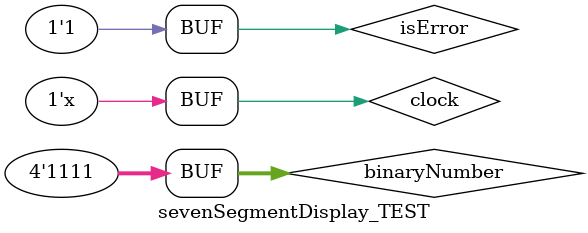
<source format=v>
`timescale 1ns/1ps

module sevenSegmentDisplay_TEST;

    // Inputs
    reg clock;
    reg [3:0] binaryNumber;
    reg isError;

    // Outputs
    wire A;
    wire B;
    wire C;
    wire D;
    wire E;
    wire F;
    wire G;
    wire DP;

    // Instantiate the Unit Under Test (UUT)
    sevenSegmentDisplay uut(
        .clock(clock),
        .binaryNumber(binaryNumber),
        .isError(isError),
        .A(A),
        .B(B),
        .C(C),
        .D(D),
        .E(E),
        .F(F),
        .G(G),
        .DP(DP)
    );

    initial begin
        // Initialize Inputs
        clock = 0;
        binaryNumber = 0;
        isError = 0;

        // Wait 100 ns for global reset to finish
        #50;
        binaryNumber = 0;
        #50;
        binaryNumber = 1;
        #50;
        binaryNumber = 2;
        #50;
        binaryNumber = 3;
        #50;
        binaryNumber = 4;
        #50;
        binaryNumber = 5;
        #50;
        binaryNumber = 6;
        #50;
        binaryNumber = 7;
        #50;
        binaryNumber = 8;
        #50;
        binaryNumber = 9;
        #50;
        binaryNumber = 10;
        #50;
        binaryNumber = 11;
        #50;
        binaryNumber = 12;
        #50;
        binaryNumber = 13;
        #50;
        binaryNumber = 14;
        #50;
        binaryNumber = 15;
        #50;
        isError = 1;
        #50;

        // Add stimulus here

    end
    always begin
        #50 clock = ~clock;
    end

endmodule


</source>
